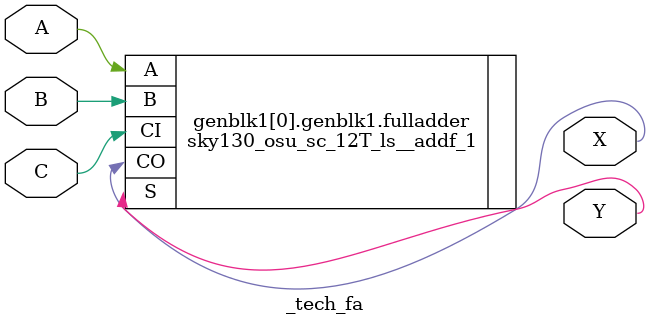
<source format=v>

(* techmap_celltype = "$fa" *)
module _tech_fa (A, B, C, X, Y);
  parameter WIDTH = 1;
  (* force_downto *)
    input [WIDTH-1 : 0] A, B, C;
  (* force_downto *)
    output [WIDTH-1 : 0] X, Y;
  
  parameter _TECHMAP_CONSTVAL_A_ = WIDTH'bx;
  parameter _TECHMAP_CONSTVAL_B_ = WIDTH'bx;
  parameter _TECHMAP_CONSTVAL_C_ = WIDTH'bx;
  
  genvar i;
  generate for (i = 0; i < WIDTH; i = i + 1) begin
      if (_TECHMAP_CONSTVAL_A_[i] === 1'b0 || _TECHMAP_CONSTVAL_B_[i] === 1'b0 || _TECHMAP_CONSTVAL_C_[i] === 1'b0) begin
        if (_TECHMAP_CONSTVAL_C_[i] === 1'b0) begin
          sky130_osu_sc_12T_ls__addh_1 halfadder_Cconst (
              .A(A[i]),
              .B(B[i]),
              .CO(X[i]), .S(Y[i])
            );
        end 
        else begin
          if (_TECHMAP_CONSTVAL_B_[i] === 1'b0) begin
            sky130_osu_sc_12T_ls__addh_1 halfadder_Bconst (
                .A(A[i]),
                .B(C[i]),
                .CO(X[i]), .S(Y[i])
              );
          end
          else begin
            sky130_osu_sc_12T_ls__addh_1 halfadder_Aconst (
                .A(B[i]),
                .B(C[i]),
                .CO(X[i]), .S(Y[i])
              );
          end
        end
      end
      else begin
        sky130_osu_sc_12T_ls__addf_1 fulladder (
            .A(A[i]), .B(B[i]), .CI(C[i]), .CO(X[i]), .S(Y[i])
          );
      end
    end endgenerate

endmodule

</source>
